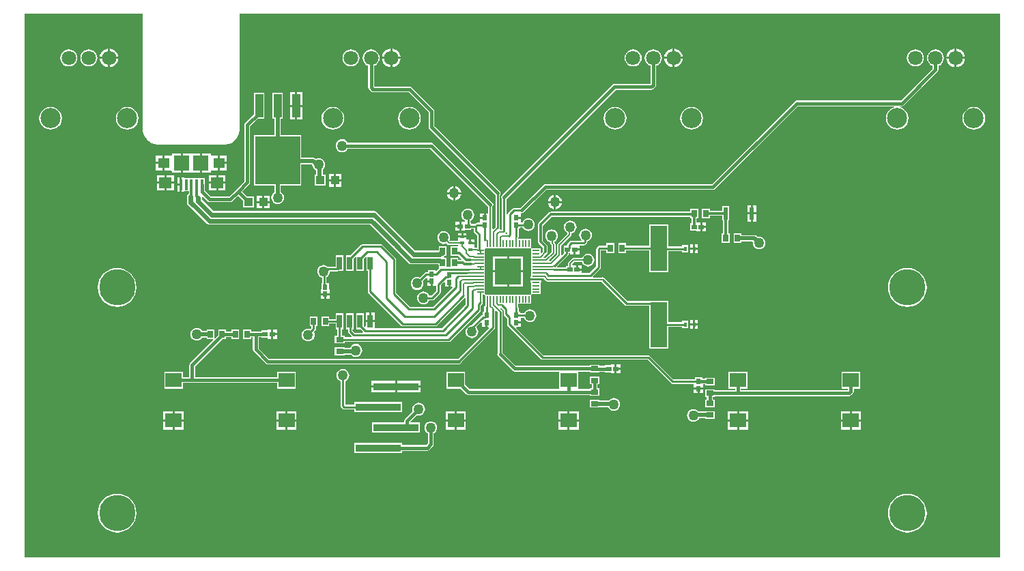
<source format=gtl>
G04*
G04 #@! TF.GenerationSoftware,Altium Limited,Altium Designer,21.6.4 (81)*
G04*
G04 Layer_Physical_Order=1*
G04 Layer_Color=255*
%FSLAX25Y25*%
%MOIN*%
G70*
G04*
G04 #@! TF.SameCoordinates,229126BB-2D6E-4CE4-B507-F74EAE748698*
G04*
G04*
G04 #@! TF.FilePolarity,Positive*
G04*
G01*
G75*
%ADD10C,0.00787*%
%ADD12C,0.00984*%
%ADD13C,0.01575*%
%ADD15C,0.01000*%
%ADD41R,0.04134X0.04134*%
%ADD42R,0.01968X0.01575*%
%ADD43R,0.00787X0.03347*%
%ADD44R,0.03347X0.00787*%
%ADD45R,0.12598X0.12598*%
%ADD46R,0.02441X0.02559*%
%ADD47R,0.02559X0.02441*%
%ADD48R,0.02559X0.03543*%
%ADD49R,0.01654X0.02441*%
%ADD50R,0.03543X0.02559*%
%ADD51R,0.01575X0.05315*%
%ADD52R,0.05709X0.05118*%
%ADD53R,0.06299X0.05512*%
%ADD54R,0.07480X0.07480*%
%ADD55R,0.02559X0.06496*%
%ADD56R,0.22205X0.03780*%
%ADD57R,0.02165X0.05906*%
%ADD58R,0.03937X0.11221*%
%ADD59R,0.21850X0.23425*%
%ADD60R,0.08268X0.22047*%
%ADD61R,0.07874X0.07087*%
%ADD62C,0.01968*%
%ADD63C,0.01181*%
%ADD64C,0.02424*%
%ADD65C,0.09843*%
%ADD66C,0.07087*%
%ADD67C,0.05000*%
%ADD68C,0.17717*%
G36*
X523622Y21654D02*
X47244D01*
Y287402D01*
X105118D01*
Y231102D01*
X105156Y230331D01*
X105457Y228817D01*
X106048Y227391D01*
X106905Y226107D01*
X107997Y225016D01*
X109280Y224158D01*
X110706Y223567D01*
X112220Y223266D01*
X112992Y223228D01*
X144488D01*
X145260Y223266D01*
X146774Y223567D01*
X148200Y224158D01*
X149483Y225016D01*
X150575Y226107D01*
X151432Y227391D01*
X152023Y228817D01*
X152324Y230331D01*
X152362Y231102D01*
Y287402D01*
X523622D01*
Y21654D01*
D02*
G37*
%LPC*%
G36*
X364673Y270265D02*
Y266248D01*
X368690D01*
X368600Y266934D01*
X368142Y268039D01*
X367413Y268988D01*
X366464Y269717D01*
X365359Y270174D01*
X364673Y270265D01*
D02*
G37*
G36*
X226878D02*
Y266248D01*
X230895D01*
X230804Y266934D01*
X230346Y268039D01*
X229618Y268988D01*
X228669Y269717D01*
X227564Y270174D01*
X226878Y270265D01*
D02*
G37*
G36*
X89083Y270265D02*
Y266248D01*
X93099D01*
X93009Y266934D01*
X92551Y268039D01*
X91823Y268988D01*
X90874Y269717D01*
X89769Y270174D01*
X89083Y270265D01*
D02*
G37*
G36*
X502468D02*
Y266248D01*
X506485D01*
X506395Y266934D01*
X505937Y268039D01*
X505209Y268988D01*
X504260Y269717D01*
X503155Y270174D01*
X502468Y270265D01*
D02*
G37*
G36*
X501469Y270265D02*
X500782Y270174D01*
X499677Y269717D01*
X498728Y268988D01*
X498000Y268039D01*
X497542Y266934D01*
X497452Y266248D01*
X501469D01*
Y270265D01*
D02*
G37*
G36*
X88083Y270265D02*
X87397Y270174D01*
X86291Y269717D01*
X85342Y268988D01*
X84614Y268039D01*
X84156Y266934D01*
X84066Y266248D01*
X88083D01*
Y270265D01*
D02*
G37*
G36*
X225878D02*
X225192Y270174D01*
X224087Y269717D01*
X223138Y268988D01*
X222409Y268039D01*
X221952Y266934D01*
X221861Y266248D01*
X225878D01*
Y270265D01*
D02*
G37*
G36*
X363673D02*
X362987Y270174D01*
X361882Y269717D01*
X360933Y268988D01*
X360205Y268039D01*
X359747Y266934D01*
X359657Y266248D01*
X363673D01*
Y270265D01*
D02*
G37*
G36*
X482283Y269917D02*
X481204Y269776D01*
X480199Y269359D01*
X479335Y268696D01*
X478673Y267833D01*
X478256Y266827D01*
X478114Y265748D01*
X478256Y264669D01*
X478673Y263663D01*
X479335Y262800D01*
X480199Y262137D01*
X481204Y261721D01*
X482283Y261578D01*
X483363Y261721D01*
X484368Y262137D01*
X485232Y262800D01*
X485894Y263663D01*
X486311Y264669D01*
X486453Y265748D01*
X486311Y266827D01*
X485894Y267833D01*
X485232Y268696D01*
X484368Y269359D01*
X483363Y269776D01*
X482283Y269917D01*
D02*
G37*
G36*
X344488D02*
X343409Y269776D01*
X342403Y269359D01*
X341540Y268696D01*
X340877Y267833D01*
X340461Y266827D01*
X340319Y265748D01*
X340461Y264669D01*
X340877Y263663D01*
X341540Y262800D01*
X342403Y262137D01*
X343409Y261721D01*
X344488Y261578D01*
X345567Y261721D01*
X346573Y262137D01*
X347436Y262800D01*
X348099Y263663D01*
X348516Y264669D01*
X348658Y265748D01*
X348516Y266827D01*
X348099Y267833D01*
X347436Y268696D01*
X346573Y269359D01*
X345567Y269776D01*
X344488Y269917D01*
D02*
G37*
G36*
X206693D02*
X205614Y269776D01*
X204608Y269359D01*
X203745Y268696D01*
X203082Y267833D01*
X202665Y266827D01*
X202523Y265748D01*
X202665Y264669D01*
X203082Y263663D01*
X203745Y262800D01*
X204608Y262137D01*
X205614Y261721D01*
X206693Y261578D01*
X207772Y261721D01*
X208778Y262137D01*
X209641Y262800D01*
X210304Y263663D01*
X210720Y264669D01*
X210862Y265748D01*
X210720Y266827D01*
X210304Y267833D01*
X209641Y268696D01*
X208778Y269359D01*
X207772Y269776D01*
X206693Y269917D01*
D02*
G37*
G36*
X78740D02*
X77661Y269776D01*
X76655Y269359D01*
X75792Y268696D01*
X75129Y267833D01*
X74713Y266827D01*
X74571Y265748D01*
X74713Y264669D01*
X75129Y263663D01*
X75792Y262800D01*
X76655Y262137D01*
X77661Y261721D01*
X78740Y261578D01*
X79819Y261721D01*
X80825Y262137D01*
X81688Y262800D01*
X82351Y263663D01*
X82768Y264669D01*
X82910Y265748D01*
X82768Y266827D01*
X82351Y267833D01*
X81688Y268696D01*
X80825Y269359D01*
X79819Y269776D01*
X78740Y269917D01*
D02*
G37*
G36*
X68898D02*
X67818Y269776D01*
X66813Y269359D01*
X65949Y268696D01*
X65287Y267833D01*
X64870Y266827D01*
X64728Y265748D01*
X64870Y264669D01*
X65287Y263663D01*
X65949Y262800D01*
X66813Y262137D01*
X67818Y261721D01*
X68898Y261578D01*
X69977Y261721D01*
X70982Y262137D01*
X71846Y262800D01*
X72509Y263663D01*
X72925Y264669D01*
X73067Y265748D01*
X72925Y266827D01*
X72509Y267833D01*
X71846Y268696D01*
X70982Y269359D01*
X69977Y269776D01*
X68898Y269917D01*
D02*
G37*
G36*
X501469Y265248D02*
X497452D01*
X497542Y264562D01*
X498000Y263457D01*
X498728Y262508D01*
X499677Y261779D01*
X500782Y261322D01*
X501469Y261231D01*
Y265248D01*
D02*
G37*
G36*
X230895D02*
X226878D01*
Y261231D01*
X227564Y261322D01*
X228669Y261779D01*
X229618Y262508D01*
X230346Y263457D01*
X230804Y264562D01*
X230895Y265248D01*
D02*
G37*
G36*
X368690D02*
X364673D01*
Y261231D01*
X365359Y261322D01*
X366464Y261779D01*
X367413Y262508D01*
X368142Y263457D01*
X368600Y264562D01*
X368690Y265248D01*
D02*
G37*
G36*
X93099D02*
X89083D01*
Y261231D01*
X89769Y261322D01*
X90874Y261779D01*
X91823Y262508D01*
X92551Y263457D01*
X93009Y264562D01*
X93099Y265248D01*
D02*
G37*
G36*
X88083D02*
X84066D01*
X84156Y264562D01*
X84614Y263457D01*
X85342Y262508D01*
X86291Y261779D01*
X87397Y261322D01*
X88083Y261231D01*
Y265248D01*
D02*
G37*
G36*
X363673D02*
X359657D01*
X359747Y264562D01*
X360205Y263457D01*
X360933Y262508D01*
X361882Y261779D01*
X362987Y261322D01*
X363673Y261231D01*
Y265248D01*
D02*
G37*
G36*
X225878D02*
X221861D01*
X221952Y264562D01*
X222409Y263457D01*
X223138Y262508D01*
X224087Y261779D01*
X225192Y261322D01*
X225878Y261231D01*
Y265248D01*
D02*
G37*
G36*
X506485D02*
X502468D01*
Y261231D01*
X503155Y261322D01*
X504260Y261779D01*
X505209Y262508D01*
X505937Y263457D01*
X506395Y264562D01*
X506485Y265248D01*
D02*
G37*
G36*
X182850Y248933D02*
X180382D01*
Y242823D01*
X182850D01*
Y248933D01*
D02*
G37*
G36*
X179382D02*
X176913D01*
Y242823D01*
X179382D01*
Y248933D01*
D02*
G37*
G36*
X182850Y241823D02*
X180382D01*
Y235713D01*
X182850D01*
Y241823D01*
D02*
G37*
G36*
X179382D02*
X176913D01*
Y235713D01*
X179382D01*
Y241823D01*
D02*
G37*
G36*
X510827Y241780D02*
X509388Y241590D01*
X508047Y241035D01*
X506896Y240152D01*
X506012Y239000D01*
X505457Y237659D01*
X505267Y236221D01*
X505457Y234782D01*
X506012Y233441D01*
X506896Y232289D01*
X508047Y231406D01*
X509388Y230851D01*
X510827Y230661D01*
X512266Y230851D01*
X513607Y231406D01*
X514758Y232289D01*
X515641Y233441D01*
X516197Y234782D01*
X516386Y236221D01*
X516197Y237659D01*
X515641Y239000D01*
X514758Y240152D01*
X513607Y241035D01*
X512266Y241590D01*
X510827Y241780D01*
D02*
G37*
G36*
X373031D02*
X371593Y241590D01*
X370252Y241035D01*
X369100Y240152D01*
X368217Y239000D01*
X367662Y237659D01*
X367472Y236221D01*
X367662Y234782D01*
X368217Y233441D01*
X369100Y232289D01*
X370252Y231406D01*
X371593Y230851D01*
X373031Y230661D01*
X374470Y230851D01*
X375811Y231406D01*
X376963Y232289D01*
X377846Y233441D01*
X378401Y234782D01*
X378591Y236221D01*
X378401Y237659D01*
X377846Y239000D01*
X376963Y240152D01*
X375811Y241035D01*
X374470Y241590D01*
X373031Y241780D01*
D02*
G37*
G36*
X335630D02*
X334191Y241590D01*
X332850Y241035D01*
X331699Y240152D01*
X330815Y239000D01*
X330260Y237659D01*
X330071Y236221D01*
X330260Y234782D01*
X330815Y233441D01*
X331699Y232289D01*
X332850Y231406D01*
X334191Y230851D01*
X335630Y230661D01*
X337069Y230851D01*
X338410Y231406D01*
X339561Y232289D01*
X340444Y233441D01*
X341000Y234782D01*
X341189Y236221D01*
X341000Y237659D01*
X340444Y239000D01*
X339561Y240152D01*
X338410Y241035D01*
X337069Y241590D01*
X335630Y241780D01*
D02*
G37*
G36*
X235236D02*
X233797Y241590D01*
X232456Y241035D01*
X231305Y240152D01*
X230422Y239000D01*
X229866Y237659D01*
X229677Y236221D01*
X229866Y234782D01*
X230422Y233441D01*
X231305Y232289D01*
X232456Y231406D01*
X233797Y230851D01*
X235236Y230661D01*
X236675Y230851D01*
X238016Y231406D01*
X239167Y232289D01*
X240051Y233441D01*
X240606Y234782D01*
X240796Y236221D01*
X240606Y237659D01*
X240051Y239000D01*
X239167Y240152D01*
X238016Y241035D01*
X236675Y241590D01*
X235236Y241780D01*
D02*
G37*
G36*
X197835D02*
X196396Y241590D01*
X195055Y241035D01*
X193904Y240152D01*
X193020Y239000D01*
X192465Y237659D01*
X192275Y236221D01*
X192465Y234782D01*
X193020Y233441D01*
X193904Y232289D01*
X195055Y231406D01*
X196396Y230851D01*
X197835Y230661D01*
X199274Y230851D01*
X200614Y231406D01*
X201766Y232289D01*
X202649Y233441D01*
X203205Y234782D01*
X203394Y236221D01*
X203205Y237659D01*
X202649Y239000D01*
X201766Y240152D01*
X200614Y241035D01*
X199274Y241590D01*
X197835Y241780D01*
D02*
G37*
G36*
X97441D02*
X96002Y241590D01*
X94661Y241035D01*
X93510Y240152D01*
X92626Y239000D01*
X92071Y237659D01*
X91882Y236221D01*
X92071Y234782D01*
X92626Y233441D01*
X93510Y232289D01*
X94661Y231406D01*
X96002Y230851D01*
X97441Y230661D01*
X98880Y230851D01*
X100221Y231406D01*
X101372Y232289D01*
X102255Y233441D01*
X102811Y234782D01*
X103000Y236221D01*
X102811Y237659D01*
X102255Y239000D01*
X101372Y240152D01*
X100221Y241035D01*
X98880Y241590D01*
X97441Y241780D01*
D02*
G37*
G36*
X60039D02*
X58600Y241590D01*
X57260Y241035D01*
X56108Y240152D01*
X55225Y239000D01*
X54669Y237659D01*
X54480Y236221D01*
X54669Y234782D01*
X55225Y233441D01*
X56108Y232289D01*
X57260Y231406D01*
X58600Y230851D01*
X60039Y230661D01*
X61478Y230851D01*
X62819Y231406D01*
X63970Y232289D01*
X64854Y233441D01*
X65409Y234782D01*
X65599Y236221D01*
X65409Y237659D01*
X64854Y239000D01*
X63970Y240152D01*
X62819Y241035D01*
X61478Y241590D01*
X60039Y241780D01*
D02*
G37*
G36*
X142724Y217929D02*
Y214870D01*
X146079D01*
Y217929D01*
X142724D01*
D02*
G37*
G36*
X114756D02*
X111402D01*
Y214870D01*
X114756D01*
Y217929D01*
D02*
G37*
G36*
X146079Y213870D02*
X142724D01*
Y210811D01*
X146079D01*
Y213870D01*
D02*
G37*
G36*
X114756D02*
X111402D01*
Y210811D01*
X114756D01*
Y213870D01*
D02*
G37*
G36*
X138205Y219110D02*
X133965D01*
Y214370D01*
Y209630D01*
X138205D01*
Y210380D01*
X138370Y210811D01*
X138705Y210811D01*
X141724D01*
Y214370D01*
Y217929D01*
X138705D01*
X138370Y217929D01*
X138205Y218361D01*
Y219110D01*
D02*
G37*
G36*
X132965D02*
X124516D01*
Y214370D01*
Y209630D01*
X132965D01*
Y214370D01*
Y219110D01*
D02*
G37*
G36*
X123516D02*
X119276D01*
Y218361D01*
X119110Y217929D01*
X118776Y217929D01*
X115756D01*
Y214370D01*
Y210811D01*
X118776D01*
X119110Y210811D01*
X119276Y210380D01*
Y209630D01*
X123516D01*
Y214370D01*
Y219110D01*
D02*
G37*
G36*
X201984Y208972D02*
X199417D01*
Y206405D01*
X201984D01*
Y208972D01*
D02*
G37*
G36*
X198417D02*
X195850D01*
Y206405D01*
X198417D01*
Y208972D01*
D02*
G37*
G36*
X145488Y208480D02*
X141839D01*
Y205224D01*
X145488D01*
Y208480D01*
D02*
G37*
G36*
X120291D02*
X116642D01*
Y205224D01*
X120291D01*
Y208480D01*
D02*
G37*
G36*
X140839D02*
X137189D01*
Y205224D01*
X140839D01*
Y208480D01*
D02*
G37*
G36*
X115642D02*
X111992D01*
Y205224D01*
X115642D01*
Y208480D01*
D02*
G37*
G36*
X123122Y207496D02*
X121835D01*
Y204339D01*
X123122D01*
Y207496D01*
D02*
G37*
G36*
X173425Y248524D02*
X168307D01*
Y236122D01*
X169261D01*
Y228051D01*
X159350D01*
Y203445D01*
X169261D01*
Y200124D01*
X168699Y199693D01*
X168203Y199048D01*
X167892Y198296D01*
X167786Y197489D01*
X167892Y196682D01*
X168203Y195930D01*
X168699Y195285D01*
X169344Y194789D01*
X170096Y194478D01*
X170903Y194372D01*
X171710Y194478D01*
X172461Y194789D01*
X173107Y195285D01*
X173602Y195930D01*
X173914Y196682D01*
X174020Y197489D01*
X173914Y198296D01*
X173602Y199048D01*
X173107Y199693D01*
X172472Y200181D01*
Y203445D01*
X182382D01*
Y213749D01*
X187346D01*
X187828Y213642D01*
X187934Y212835D01*
X188245Y212083D01*
X188741Y211438D01*
X189386Y210942D01*
X189684Y210819D01*
Y208563D01*
X188976D01*
Y203248D01*
X194291D01*
Y208563D01*
X192895D01*
Y211243D01*
X193149Y211438D01*
X193644Y212083D01*
X193956Y212835D01*
X194062Y213642D01*
X193956Y214448D01*
X193644Y215200D01*
X193149Y215846D01*
X192503Y216341D01*
X191752Y216653D01*
X190945Y216759D01*
X190138Y216653D01*
X189605Y216432D01*
X189547Y216490D01*
X189026Y216838D01*
X188412Y216960D01*
X188412Y216960D01*
X182382D01*
Y228051D01*
X172472D01*
Y236122D01*
X173425D01*
Y248524D01*
D02*
G37*
G36*
X201984Y205405D02*
X199417D01*
Y202839D01*
X201984D01*
Y205405D01*
D02*
G37*
G36*
X198417D02*
X195850D01*
Y202839D01*
X198417D01*
Y205405D01*
D02*
G37*
G36*
X145488Y204224D02*
X141839D01*
Y200969D01*
X145488D01*
Y204224D01*
D02*
G37*
G36*
X140839D02*
X137189D01*
Y200969D01*
X140839D01*
Y204224D01*
D02*
G37*
G36*
X120291D02*
X116642D01*
Y200969D01*
X120291D01*
Y204224D01*
D02*
G37*
G36*
X115642D02*
X111992D01*
Y200969D01*
X115642D01*
Y204224D01*
D02*
G37*
G36*
X123122Y203339D02*
X121835D01*
Y200181D01*
X123122D01*
Y203339D01*
D02*
G37*
G36*
X257587Y203071D02*
Y200106D01*
X260551D01*
X260496Y200520D01*
X260144Y201371D01*
X259583Y202102D01*
X258852Y202663D01*
X258000Y203016D01*
X257587Y203071D01*
D02*
G37*
G36*
X256587D02*
X256173Y203016D01*
X255322Y202663D01*
X254590Y202102D01*
X254029Y201371D01*
X253677Y200520D01*
X253622Y200106D01*
X256587D01*
Y203071D01*
D02*
G37*
G36*
X260551Y199106D02*
X257587D01*
Y196142D01*
X258000Y196196D01*
X258852Y196549D01*
X259583Y197110D01*
X260144Y197841D01*
X260496Y198693D01*
X260551Y199106D01*
D02*
G37*
G36*
X256587D02*
X253622D01*
X253677Y198693D01*
X254029Y197841D01*
X254590Y197110D01*
X255322Y196549D01*
X256173Y196196D01*
X256587Y196142D01*
Y199106D01*
D02*
G37*
G36*
X166945Y198343D02*
X164378D01*
Y195776D01*
X166945D01*
Y198343D01*
D02*
G37*
G36*
X163378D02*
X160811D01*
Y195776D01*
X163378D01*
Y198343D01*
D02*
G37*
G36*
X306799Y198740D02*
Y195776D01*
X309764D01*
X309709Y196189D01*
X309356Y197041D01*
X308795Y197772D01*
X308064Y198333D01*
X307213Y198686D01*
X306799Y198740D01*
D02*
G37*
G36*
X305799D02*
X305385Y198686D01*
X304534Y198333D01*
X303803Y197772D01*
X303242Y197041D01*
X302889Y196189D01*
X302835Y195776D01*
X305799D01*
Y198740D01*
D02*
G37*
G36*
X492126Y269917D02*
X491047Y269776D01*
X490041Y269359D01*
X489178Y268696D01*
X488515Y267833D01*
X488098Y266827D01*
X487956Y265748D01*
X488098Y264669D01*
X488515Y263663D01*
X489178Y262800D01*
X490041Y262137D01*
X490721Y261856D01*
Y260424D01*
X475205Y244909D01*
X424213D01*
X423675Y244802D01*
X423219Y244497D01*
X382883Y204161D01*
X301575D01*
X301037Y204054D01*
X300581Y203749D01*
X289282Y192450D01*
X286288D01*
X286288Y192450D01*
X285862Y192366D01*
X285502Y192125D01*
X283466Y190089D01*
X283225Y189728D01*
X283140Y189303D01*
X283140Y189303D01*
Y179744D01*
X282224D01*
X282073Y180244D01*
X282282Y180384D01*
X282523Y180744D01*
X282608Y181170D01*
Y196763D01*
X336015Y250170D01*
X353408D01*
X353946Y250277D01*
X354402Y250581D01*
X355324Y251504D01*
X355629Y251960D01*
X355736Y252497D01*
Y261856D01*
X356416Y262137D01*
X357279Y262800D01*
X357942Y263663D01*
X358358Y264669D01*
X358500Y265748D01*
X358358Y266827D01*
X357942Y267833D01*
X357279Y268696D01*
X356416Y269359D01*
X355410Y269776D01*
X354331Y269917D01*
X353252Y269776D01*
X352246Y269359D01*
X351382Y268696D01*
X350720Y267833D01*
X350303Y266827D01*
X350161Y265748D01*
X350303Y264669D01*
X350720Y263663D01*
X351382Y262800D01*
X352246Y262137D01*
X352926Y261856D01*
Y253079D01*
X352826Y252980D01*
X335433D01*
X334895Y252873D01*
X334440Y252568D01*
X280503Y198631D01*
X280198Y198176D01*
X280091Y197638D01*
X280198Y197100D01*
X280384Y196822D01*
Y181712D01*
X279615D01*
X279347Y182212D01*
X279374Y182252D01*
X279458Y182677D01*
Y198790D01*
X279644Y199069D01*
X279751Y199606D01*
X279644Y200144D01*
X279340Y200600D01*
X247468Y232472D01*
Y239764D01*
X247361Y240301D01*
X247056Y240757D01*
X236426Y251387D01*
X235971Y251692D01*
X235433Y251799D01*
X218040D01*
X217940Y251898D01*
Y261856D01*
X218620Y262137D01*
X219484Y262800D01*
X220146Y263663D01*
X220563Y264669D01*
X220705Y265748D01*
X220563Y266827D01*
X220146Y267833D01*
X219484Y268696D01*
X218620Y269359D01*
X217615Y269776D01*
X216535Y269917D01*
X215456Y269776D01*
X214451Y269359D01*
X213587Y268696D01*
X212925Y267833D01*
X212508Y266827D01*
X212366Y265748D01*
X212508Y264669D01*
X212925Y263663D01*
X213587Y262800D01*
X214451Y262137D01*
X215130Y261856D01*
Y251316D01*
X215237Y250779D01*
X215542Y250323D01*
X216464Y249400D01*
X216920Y249096D01*
X217458Y248989D01*
X234851D01*
X244658Y239182D01*
Y231890D01*
X244765Y231352D01*
X245070Y230896D01*
X277235Y198731D01*
Y182984D01*
X276269Y182018D01*
X275807Y182210D01*
Y193116D01*
X276101Y193557D01*
X276208Y194095D01*
X276101Y194632D01*
X275797Y195088D01*
X247056Y223828D01*
X246601Y224133D01*
X246063Y224240D01*
X205125D01*
X205062Y224393D01*
X204566Y225039D01*
X203921Y225534D01*
X203169Y225846D01*
X202362Y225952D01*
X201555Y225846D01*
X200804Y225534D01*
X200158Y225039D01*
X199663Y224393D01*
X199351Y223641D01*
X199245Y222835D01*
X199351Y222028D01*
X199663Y221276D01*
X200158Y220630D01*
X200804Y220135D01*
X201555Y219824D01*
X202362Y219717D01*
X203169Y219824D01*
X203921Y220135D01*
X204566Y220630D01*
X205062Y221276D01*
X205125Y221430D01*
X245481D01*
X273800Y193111D01*
Y189839D01*
X272547D01*
Y187559D01*
X272047D01*
Y187059D01*
X269827D01*
Y185280D01*
X269360Y185198D01*
X268293D01*
X267871Y185114D01*
X267513Y184875D01*
X267206Y184569D01*
X265413D01*
Y185276D01*
X264962D01*
Y186121D01*
X265338Y186277D01*
X265984Y186772D01*
X266479Y187418D01*
X266791Y188170D01*
X266897Y188976D01*
X266791Y189783D01*
X266479Y190535D01*
X265984Y191181D01*
X265338Y191676D01*
X264586Y191987D01*
X263779Y192094D01*
X262973Y191987D01*
X262221Y191676D01*
X261575Y191181D01*
X261080Y190535D01*
X260769Y189783D01*
X260662Y188976D01*
X260769Y188170D01*
X261080Y187418D01*
X261575Y186772D01*
X262221Y186277D01*
X262304Y186242D01*
X262322Y186055D01*
X261986Y185685D01*
X260579D01*
Y183465D01*
Y181244D01*
X262358D01*
Y181653D01*
X265413D01*
Y182361D01*
X266613D01*
Y181102D01*
X266697Y180680D01*
X266936Y180322D01*
X268187Y179070D01*
Y173051D01*
X267286D01*
X266945Y173409D01*
Y174697D01*
X264961D01*
Y175197D01*
X264461D01*
Y176984D01*
X263008D01*
Y177847D01*
X259039D01*
Y176559D01*
X258698Y176200D01*
X255140D01*
X254750Y176591D01*
X254979Y177146D01*
X255086Y177953D01*
X254979Y178760D01*
X254668Y179511D01*
X254173Y180157D01*
X253527Y180652D01*
X252775Y180964D01*
X251969Y181070D01*
X251162Y180964D01*
X250410Y180652D01*
X249764Y180157D01*
X249269Y179511D01*
X248957Y178760D01*
X248851Y177953D01*
X248957Y177146D01*
X249269Y176394D01*
X249764Y175749D01*
X250410Y175253D01*
X251162Y174942D01*
X251969Y174836D01*
X252775Y174942D01*
X253330Y175172D01*
X254015Y174487D01*
X254340Y174270D01*
X254724Y174193D01*
X259016D01*
X259052Y174071D01*
X258664Y173622D01*
X258609Y173622D01*
X255315D01*
Y168898D01*
X259055D01*
X259055Y168898D01*
Y168898D01*
X259492Y168726D01*
X260766Y167452D01*
X260559Y166952D01*
X259055D01*
Y168110D01*
X255315D01*
Y163580D01*
X253346D01*
Y168110D01*
X252170D01*
X252112Y168608D01*
X252545Y168898D01*
X253346D01*
Y173622D01*
X249606D01*
Y171890D01*
X249251Y171652D01*
X238034D01*
X219314Y190371D01*
X218718Y190770D01*
X218015Y190910D01*
X139575D01*
X133891Y196593D01*
Y197475D01*
X133843Y197715D01*
X134303Y197961D01*
X136610Y195655D01*
X137065Y195351D01*
X137603Y195244D01*
X147830D01*
X148368Y195351D01*
X148823Y195655D01*
X151526Y198358D01*
X153937Y195946D01*
Y192618D01*
X159252D01*
Y197933D01*
X155924D01*
X153513Y200344D01*
X157048Y203880D01*
X157352Y204336D01*
X157459Y204873D01*
Y232303D01*
X161278Y236122D01*
X164409D01*
Y248524D01*
X159291D01*
Y238109D01*
X155061Y233879D01*
X154756Y233423D01*
X154649Y232885D01*
Y205455D01*
X150532Y201338D01*
X147248Y198054D01*
X138185D01*
X135263Y200976D01*
Y203839D01*
X135236Y203974D01*
Y207087D01*
X125409D01*
Y207496D01*
X124122D01*
Y203839D01*
Y200181D01*
X125409D01*
Y200591D01*
X127536D01*
Y199567D01*
X127182Y199331D01*
X126784Y198735D01*
X126644Y198031D01*
Y195140D01*
X126784Y194437D01*
X127182Y193841D01*
X128622Y192401D01*
X128622Y192401D01*
X136265Y184758D01*
X136861Y184360D01*
X137565Y184220D01*
X216005D01*
X227258Y172967D01*
X228852Y171372D01*
X234724Y165500D01*
X235320Y165102D01*
X236024Y164962D01*
X249251D01*
X249606Y164724D01*
Y163386D01*
X249606Y163386D01*
X249606D01*
X249577Y162898D01*
X248336Y161656D01*
X247874Y161848D01*
Y161870D01*
X244252D01*
Y161058D01*
X243410D01*
X242985Y160973D01*
X242624Y160732D01*
X242624Y160732D01*
X240230Y158338D01*
X239783Y158523D01*
X238976Y158629D01*
X238170Y158523D01*
X237418Y158211D01*
X236772Y157716D01*
X236277Y157070D01*
X235965Y156319D01*
X235859Y155512D01*
X235965Y154705D01*
X236277Y153953D01*
X236772Y153308D01*
X237418Y152812D01*
X238170Y152501D01*
X238976Y152395D01*
X239783Y152501D01*
X240535Y152812D01*
X241181Y153308D01*
X241676Y153953D01*
X241987Y154705D01*
X242094Y155512D01*
X241987Y156319D01*
X241802Y156765D01*
X243381Y158344D01*
X243843Y158152D01*
Y157035D01*
X246063D01*
Y156535D01*
X246563D01*
Y154256D01*
X248283D01*
X248327Y153774D01*
Y151856D01*
X246000Y149529D01*
X245014D01*
X244826Y149984D01*
X244330Y150629D01*
X243685Y151125D01*
X242933Y151436D01*
X242126Y151542D01*
X241319Y151436D01*
X240567Y151125D01*
X239922Y150629D01*
X239426Y149984D01*
X239115Y149232D01*
X239009Y148425D01*
X239115Y147618D01*
X239426Y146867D01*
X239922Y146221D01*
X240567Y145726D01*
X241319Y145414D01*
X242126Y145308D01*
X242933Y145414D01*
X243685Y145726D01*
X244330Y146221D01*
X244826Y146867D01*
X245014Y147321D01*
X246457D01*
X246879Y147405D01*
X247237Y147645D01*
X250211Y150619D01*
X250450Y150977D01*
X250535Y151399D01*
Y154700D01*
X252042Y156208D01*
X252504Y156016D01*
Y153862D01*
X254224D01*
Y156142D01*
X255224D01*
Y153862D01*
X255981D01*
X256172Y153400D01*
X246797Y144025D01*
X235500D01*
X228671Y150854D01*
Y167323D01*
X228586Y167748D01*
X228345Y168109D01*
X228345Y168109D01*
X222046Y174408D01*
X221685Y174649D01*
X221260Y174734D01*
X221260Y174734D01*
X212461D01*
X212035Y174649D01*
X211674Y174408D01*
X211674Y174408D01*
X206459Y169193D01*
X204291D01*
Y161516D01*
X208032D01*
Y167620D01*
X208829Y168418D01*
X209291Y168227D01*
Y161516D01*
X213032D01*
Y167620D01*
X213829Y168418D01*
X214291Y168227D01*
Y161516D01*
X215050D01*
Y151555D01*
X215050Y151555D01*
X215134Y151130D01*
X215375Y150769D01*
X231103Y135040D01*
X231464Y134800D01*
X231890Y134715D01*
X231890Y134715D01*
X248031D01*
X248031Y134715D01*
X248457Y134800D01*
X248818Y135040D01*
X262168Y148390D01*
X262668Y148183D01*
Y145153D01*
X251099Y133584D01*
X218441D01*
Y136508D01*
X216161D01*
X213882D01*
Y134545D01*
X213420Y134353D01*
X213032Y134742D01*
Y140847D01*
X209291D01*
Y133169D01*
X211459D01*
X212701Y131927D01*
X212494Y131427D01*
X208527D01*
X207411Y132542D01*
Y133169D01*
X208032D01*
Y140847D01*
X204291D01*
Y133169D01*
X205187D01*
Y132082D01*
X205187Y132082D01*
X205272Y131656D01*
X205513Y131296D01*
X207126Y129683D01*
X206919Y129183D01*
X203543D01*
Y129921D01*
X202273D01*
Y133169D01*
X203031D01*
Y140847D01*
X199291D01*
Y138120D01*
X196063D01*
Y139370D01*
X192323D01*
Y134646D01*
X196063D01*
Y135896D01*
X199291D01*
Y133169D01*
X200049D01*
Y129921D01*
X198819D01*
Y126181D01*
X203543D01*
Y126959D01*
X254449D01*
X254449Y126959D01*
X254874Y127044D01*
X255235Y127285D01*
X269684Y141733D01*
X269684Y141733D01*
X269925Y142094D01*
X270010Y142520D01*
Y144815D01*
X270668Y145474D01*
X270909Y145834D01*
X270994Y146260D01*
X270909Y146685D01*
X270885Y146721D01*
Y149843D01*
X271239Y150197D01*
X271712Y150197D01*
X271754Y150197D01*
X271793Y150195D01*
X272163Y150116D01*
X272242Y149746D01*
X272244Y149707D01*
X272244Y149664D01*
Y147932D01*
X272225Y147835D01*
Y144750D01*
X272054Y144580D01*
X271815Y144222D01*
X271731Y143799D01*
Y141791D01*
X271024D01*
Y140202D01*
X270780Y140154D01*
X270422Y139914D01*
X265479Y134971D01*
X264941Y134901D01*
X264189Y134589D01*
X263544Y134094D01*
X263048Y133448D01*
X262737Y132697D01*
X262631Y131890D01*
X262737Y131083D01*
X263048Y130331D01*
X263544Y129685D01*
X264189Y129190D01*
X264941Y128879D01*
X265748Y128772D01*
X266555Y128879D01*
X267307Y129190D01*
X267952Y129685D01*
X268448Y130331D01*
X268759Y131083D01*
X268865Y131890D01*
X268759Y132697D01*
X268448Y133448D01*
X267952Y134094D01*
X267938Y134309D01*
X270152Y136523D01*
X270614Y136331D01*
Y134177D01*
X272335D01*
Y136457D01*
X273335D01*
Y134177D01*
X273812D01*
X274003Y133715D01*
X259016Y118728D01*
X166724D01*
X161641Y123810D01*
Y129304D01*
X162933D01*
Y128898D01*
X165988D01*
Y128488D01*
X167768D01*
Y130709D01*
Y132929D01*
X165988D01*
Y132520D01*
X162933D01*
Y132114D01*
X157874D01*
Y133071D01*
X154134D01*
Y128347D01*
X157874D01*
Y129304D01*
X158831D01*
Y123228D01*
X158938Y122691D01*
X159243Y122235D01*
X165148Y116329D01*
X165604Y116025D01*
X166142Y115918D01*
X259183D01*
X259721Y116025D01*
X260177Y116329D01*
X260481Y116785D01*
X260547Y117114D01*
X276770Y133337D01*
X276770Y133337D01*
X277011Y133698D01*
X277096Y134124D01*
X277096Y134124D01*
Y142091D01*
X277558Y142282D01*
X278416Y141425D01*
Y121682D01*
X278230Y121404D01*
X278123Y120866D01*
X278230Y120328D01*
X278534Y119873D01*
X285522Y112884D01*
X285978Y112580D01*
X286516Y112473D01*
X307994D01*
X308465Y112402D01*
X308465Y111973D01*
Y104134D01*
X308076Y103866D01*
X264657D01*
X262402Y106121D01*
Y112402D01*
X253346D01*
Y104134D01*
X260415D01*
X263081Y101467D01*
X263537Y101163D01*
X264075Y101056D01*
X323228D01*
Y100591D01*
X327953D01*
Y104331D01*
X326995D01*
Y106299D01*
X327953D01*
Y110039D01*
X323228D01*
Y106299D01*
X324186D01*
Y104331D01*
X323228D01*
Y103866D01*
X317909D01*
X317520Y104134D01*
Y111973D01*
X317520Y112402D01*
X317990Y112473D01*
X323228D01*
Y112008D01*
X327953D01*
Y112424D01*
X330650D01*
Y111969D01*
X333705D01*
Y111559D01*
X335484D01*
Y113779D01*
Y116000D01*
X333705D01*
Y115591D01*
X330650D01*
Y115234D01*
X327953D01*
Y115748D01*
X323228D01*
Y115283D01*
X287098D01*
X280640Y121741D01*
Y141732D01*
X280555Y142158D01*
X280314Y142518D01*
X279953Y142760D01*
X279911Y142768D01*
X279531Y143148D01*
X279708Y143679D01*
X279916Y143708D01*
X281171Y142453D01*
Y140551D01*
X281171Y140551D01*
X281256Y140126D01*
X281497Y139765D01*
X282854Y138408D01*
Y135572D01*
X282854Y135572D01*
X282938Y135146D01*
X283179Y134786D01*
X299460Y118505D01*
X299460Y118505D01*
X299821Y118264D01*
X300246Y118179D01*
X351508D01*
X362865Y106822D01*
X362865Y106822D01*
X363226Y106581D01*
X363652Y106496D01*
X363652Y106496D01*
X373675D01*
X374158Y106453D01*
Y104673D01*
X376378D01*
X378598D01*
Y106203D01*
X379528D01*
Y105709D01*
X384252D01*
Y109449D01*
X379528D01*
Y109013D01*
X378189D01*
Y109508D01*
X374567D01*
Y108720D01*
X364112D01*
X352755Y120078D01*
X352394Y120319D01*
X351969Y120403D01*
X351968Y120403D01*
X300707D01*
X287395Y133715D01*
X287586Y134177D01*
X289622D01*
Y135957D01*
X287402D01*
Y136957D01*
X289622D01*
Y138736D01*
X290121Y138739D01*
X291174D01*
X291395Y138205D01*
X291890Y137560D01*
X292536Y137064D01*
X293288Y136753D01*
X294094Y136647D01*
X294901Y136753D01*
X295653Y137064D01*
X296299Y137560D01*
X296794Y138205D01*
X297106Y138957D01*
X297212Y139764D01*
X297106Y140571D01*
X296794Y141322D01*
X296299Y141968D01*
X295653Y142463D01*
X294901Y142775D01*
X294094Y142881D01*
X293288Y142775D01*
X292536Y142463D01*
X291890Y141968D01*
X291395Y141322D01*
X291239Y140946D01*
X289213D01*
Y141791D01*
X288506D01*
Y143701D01*
X288421Y144123D01*
X288405Y144148D01*
Y145571D01*
X294685D01*
X294685Y149664D01*
X294685Y149707D01*
X294687Y149746D01*
X294766Y150116D01*
X295136Y150195D01*
X295175Y150197D01*
X295217Y150197D01*
X299311D01*
Y151772D01*
Y156087D01*
X299721D01*
Y156980D01*
X297047D01*
X294374D01*
Y156087D01*
X294783D01*
X294783Y150631D01*
X294783Y150588D01*
X294782Y150550D01*
X294702Y150180D01*
X294332Y150100D01*
X294293Y150098D01*
X294251Y150098D01*
X272678Y150098D01*
X272636Y150098D01*
X272597Y150100D01*
X272227Y150180D01*
X272147Y150550D01*
X272146Y150588D01*
X272146Y150631D01*
Y153347D01*
Y158071D01*
Y162795D01*
Y167520D01*
Y172277D01*
X272227Y172655D01*
X272605Y172736D01*
X294251Y172736D01*
X294293Y172736D01*
X294332Y172734D01*
X294702Y172655D01*
X294782Y172285D01*
X294783Y172246D01*
X294783Y172204D01*
Y167520D01*
Y162795D01*
Y158874D01*
X294374D01*
Y157980D01*
X297047D01*
X299721D01*
Y158052D01*
X300765D01*
X302046Y156771D01*
X302372Y156553D01*
X302756Y156477D01*
X328970D01*
X340397Y145050D01*
X340755Y144811D01*
X341177Y144727D01*
X352276D01*
Y123685D01*
X361724D01*
Y134329D01*
X368465D01*
Y133622D01*
X371299D01*
Y137244D01*
X368465D01*
Y136537D01*
X361724D01*
Y146913D01*
X353465D01*
X353358Y146935D01*
X341634D01*
X330308Y158261D01*
X329950Y158500D01*
X329528Y158584D01*
X329105Y158500D01*
X329081Y158484D01*
X324925D01*
X324718Y158984D01*
X328340Y162605D01*
X328579Y162963D01*
X328663Y163386D01*
Y171731D01*
X331496D01*
Y170473D01*
X335236D01*
Y175197D01*
X331496D01*
Y173939D01*
X328136D01*
X327713Y173854D01*
X327355Y173615D01*
X326779Y173039D01*
X326539Y172680D01*
X326455Y172258D01*
Y163843D01*
X323165Y160553D01*
X319366D01*
Y161705D01*
X317087D01*
Y162205D01*
X316587D01*
Y164425D01*
X314890D01*
X314743Y164899D01*
X315770Y165926D01*
X319511D01*
X319741Y165371D01*
X320237Y164725D01*
X320882Y164230D01*
X321634Y163918D01*
X322441Y163812D01*
X323248Y163918D01*
X324000Y164230D01*
X324645Y164725D01*
X325141Y165371D01*
X325452Y166122D01*
X325558Y166929D01*
X325452Y167736D01*
X325141Y168488D01*
X324645Y169133D01*
X324000Y169629D01*
X323248Y169940D01*
X322441Y170046D01*
X321634Y169940D01*
X320882Y169629D01*
X320237Y169133D01*
X319741Y168488D01*
X319511Y167933D01*
X315354D01*
X314970Y167856D01*
X314645Y167639D01*
X312971Y165965D01*
X312754Y165640D01*
X312678Y165256D01*
Y164016D01*
X311752D01*
Y163309D01*
X307452D01*
X307261Y163770D01*
X312680Y169189D01*
X312919Y169547D01*
X313003Y169970D01*
Y170236D01*
X313626D01*
Y169827D01*
X315406D01*
Y172047D01*
X315905D01*
Y172547D01*
X318185D01*
Y174093D01*
X320389D01*
X320811Y174177D01*
X321169Y174416D01*
X321746Y174993D01*
X321985Y175351D01*
X322069Y175773D01*
Y176124D01*
X322818Y176434D01*
X323464Y176930D01*
X323959Y177575D01*
X324271Y178327D01*
X324377Y179134D01*
X324271Y179941D01*
X323959Y180693D01*
X323464Y181338D01*
X322818Y181833D01*
X322067Y182145D01*
X321260Y182251D01*
X320453Y182145D01*
X319701Y181833D01*
X319056Y181338D01*
X318560Y180693D01*
X318249Y179941D01*
X318143Y179134D01*
X318249Y178327D01*
X318560Y177575D01*
X319056Y176930D01*
X319224Y176801D01*
X319054Y176301D01*
X314173D01*
X313751Y176217D01*
X313393Y175977D01*
X312448Y175032D01*
X312209Y174674D01*
X312124Y174252D01*
Y173858D01*
X310571D01*
Y170236D01*
X310571Y170236D01*
X310571D01*
X310256Y169888D01*
X309771Y169403D01*
X309271Y169610D01*
Y173994D01*
X313958Y178680D01*
X314175Y179006D01*
X314252Y179390D01*
Y180016D01*
X314586Y180060D01*
X315338Y180371D01*
X315984Y180867D01*
X316479Y181512D01*
X316791Y182264D01*
X316897Y183071D01*
X316791Y183878D01*
X316479Y184629D01*
X315984Y185275D01*
X315338Y185770D01*
X314586Y186082D01*
X313779Y186188D01*
X312973Y186082D01*
X312221Y185770D01*
X311575Y185275D01*
X311080Y184629D01*
X310769Y183878D01*
X310662Y183071D01*
X310769Y182264D01*
X311080Y181512D01*
X311575Y180867D01*
X312221Y180371D01*
X312245Y180361D01*
Y179805D01*
X307558Y175119D01*
X307341Y174794D01*
X307264Y174409D01*
Y169707D01*
X303932Y166375D01*
X303513Y166417D01*
X303331Y166873D01*
X306221Y169763D01*
X306439Y170088D01*
X306515Y170472D01*
Y174755D01*
X306439Y175139D01*
X306221Y175465D01*
X306122Y175565D01*
Y176074D01*
X306258Y176130D01*
X306904Y176626D01*
X307399Y177271D01*
X307711Y178023D01*
X307817Y178830D01*
X307711Y179637D01*
X307399Y180389D01*
X306904Y181034D01*
X306258Y181530D01*
X305506Y181841D01*
X304700Y181947D01*
X303893Y181841D01*
X303141Y181530D01*
X302495Y181034D01*
X302000Y180389D01*
X301689Y179637D01*
X301582Y178830D01*
X301689Y178023D01*
X302000Y177271D01*
X302495Y176626D01*
X303141Y176130D01*
X303893Y175819D01*
X304115Y175790D01*
Y175149D01*
X304191Y174765D01*
X304409Y174439D01*
X304508Y174339D01*
Y170888D01*
X301553Y167933D01*
X300711D01*
X300520Y168395D01*
X301843Y169718D01*
X302036Y169756D01*
X302426Y170018D01*
X302687Y170408D01*
X302779Y170869D01*
Y173622D01*
X302779Y173622D01*
X302687Y174083D01*
X302426Y174474D01*
X302426Y174474D01*
X300417Y176483D01*
Y183753D01*
X304830Y188166D01*
X372441D01*
Y187402D01*
X373077D01*
Y184882D01*
X372382D01*
Y181260D01*
X375437D01*
Y180850D01*
X377217D01*
Y183071D01*
Y185291D01*
X375486D01*
Y187402D01*
X376181D01*
Y192126D01*
X372441D01*
Y190574D01*
X304331D01*
X303870Y190483D01*
X303479Y190222D01*
X298361Y185103D01*
X298100Y184713D01*
X298008Y184252D01*
X298008Y184252D01*
Y175984D01*
X298008Y175984D01*
X298100Y175523D01*
X298361Y175133D01*
X300371Y173123D01*
Y171084D01*
X299767Y170480D01*
X299482Y170598D01*
X299311Y170732D01*
Y172638D01*
X295217Y172638D01*
X295175Y172638D01*
X295136Y172640D01*
X294766Y172719D01*
X294687Y173089D01*
X294685Y173128D01*
X294685Y173170D01*
Y177264D01*
X288405D01*
Y177900D01*
X288421Y177924D01*
X288506Y178347D01*
Y182224D01*
X289213D01*
Y183069D01*
X290452D01*
X290608Y182693D01*
X291103Y182048D01*
X291748Y181552D01*
X292500Y181241D01*
X293307Y181135D01*
X294114Y181241D01*
X294866Y181552D01*
X295511Y182048D01*
X296007Y182693D01*
X296318Y183445D01*
X296424Y184252D01*
X296318Y185059D01*
X296007Y185811D01*
X295511Y186456D01*
X294866Y186952D01*
X294114Y187263D01*
X293307Y187369D01*
X292500Y187263D01*
X291748Y186952D01*
X291103Y186456D01*
X290608Y185811D01*
X290387Y185277D01*
X290121D01*
X289622Y185280D01*
Y187059D01*
X287402D01*
Y188059D01*
X289622D01*
Y189530D01*
X290076Y189950D01*
X290158Y189934D01*
X290695Y190041D01*
X291151Y190345D01*
X302157Y201351D01*
X383465D01*
X384002Y201458D01*
X384458Y201763D01*
X424794Y242099D01*
X472019D01*
X472051Y241599D01*
X471986Y241590D01*
X470646Y241035D01*
X469494Y240152D01*
X468611Y239000D01*
X468055Y237659D01*
X467866Y236221D01*
X468055Y234782D01*
X468611Y233441D01*
X469494Y232289D01*
X470646Y231406D01*
X471986Y230851D01*
X473425Y230661D01*
X474864Y230851D01*
X476205Y231406D01*
X477356Y232289D01*
X478240Y233441D01*
X478795Y234782D01*
X478985Y236221D01*
X478795Y237659D01*
X478240Y239000D01*
X477356Y240152D01*
X476205Y241035D01*
X474864Y241590D01*
X474799Y241599D01*
X474832Y242099D01*
X475787D01*
X476325Y242206D01*
X476781Y242511D01*
X493119Y258849D01*
X493424Y259305D01*
X493531Y259842D01*
Y261856D01*
X494211Y262137D01*
X495074Y262800D01*
X495737Y263663D01*
X496153Y264669D01*
X496295Y265748D01*
X496153Y266827D01*
X495737Y267833D01*
X495074Y268696D01*
X494211Y269359D01*
X493205Y269776D01*
X492126Y269917D01*
D02*
G37*
G36*
X166945Y194776D02*
X164378D01*
Y192209D01*
X166945D01*
Y194776D01*
D02*
G37*
G36*
X163378D02*
X160811D01*
Y192209D01*
X163378D01*
Y194776D01*
D02*
G37*
G36*
X309764Y194776D02*
X306799D01*
Y191811D01*
X307213Y191866D01*
X308064Y192218D01*
X308795Y192779D01*
X309356Y193510D01*
X309709Y194362D01*
X309764Y194776D01*
D02*
G37*
G36*
X305799D02*
X302835D01*
X302889Y194362D01*
X303242Y193510D01*
X303803Y192779D01*
X304534Y192218D01*
X305385Y191866D01*
X305799Y191811D01*
Y194776D01*
D02*
G37*
G36*
X391339Y193307D02*
X387992D01*
Y190968D01*
X381890D01*
Y192126D01*
X378150D01*
Y187402D01*
X381890D01*
Y188559D01*
X387992D01*
Y186221D01*
X388461D01*
Y179921D01*
X387795D01*
Y175197D01*
X391535D01*
Y179921D01*
X390870D01*
Y186221D01*
X391339D01*
Y193307D01*
D02*
G37*
G36*
X404543Y193717D02*
X402961D01*
Y190264D01*
X404543D01*
Y193717D01*
D02*
G37*
G36*
X401961D02*
X400378D01*
Y190264D01*
X401961D01*
Y193717D01*
D02*
G37*
G36*
X271547Y189839D02*
X269827D01*
Y188059D01*
X271547D01*
Y189839D01*
D02*
G37*
G36*
X404543Y189264D02*
X402961D01*
Y185811D01*
X404543D01*
Y189264D01*
D02*
G37*
G36*
X401961D02*
X400378D01*
Y185811D01*
X401961D01*
Y189264D01*
D02*
G37*
G36*
X259579Y185685D02*
X257799D01*
Y183965D01*
X259579D01*
Y185685D01*
D02*
G37*
G36*
X379996Y185291D02*
X378217D01*
Y183571D01*
X379996D01*
Y185291D01*
D02*
G37*
G36*
X259579Y182965D02*
X257799D01*
Y181244D01*
X259579D01*
Y182965D01*
D02*
G37*
G36*
X379996Y182571D02*
X378217D01*
Y180850D01*
X379996D01*
Y182571D01*
D02*
G37*
G36*
X263008Y180134D02*
X261524D01*
Y178847D01*
X263008D01*
Y180134D01*
D02*
G37*
G36*
X260524D02*
X259039D01*
Y178847D01*
X260524D01*
Y180134D01*
D02*
G37*
G36*
X266945Y176984D02*
X265461D01*
Y175697D01*
X266945D01*
Y176984D01*
D02*
G37*
G36*
X361724Y184315D02*
X352276D01*
Y173939D01*
X340945D01*
Y175197D01*
X337205D01*
Y170473D01*
X340945D01*
Y171731D01*
X352276D01*
Y161087D01*
X361724D01*
Y171337D01*
X368465D01*
Y170630D01*
X371299D01*
Y174252D01*
X368465D01*
Y173545D01*
X361724D01*
Y184315D01*
D02*
G37*
G36*
X376039Y174661D02*
X374713D01*
Y172941D01*
X376039D01*
Y174661D01*
D02*
G37*
G36*
X373713D02*
X372386D01*
Y172941D01*
X373713D01*
Y174661D01*
D02*
G37*
G36*
X397244Y179921D02*
X393504D01*
Y175197D01*
X397244D01*
Y175953D01*
X402547D01*
X402877Y175577D01*
X402841Y175305D01*
X402947Y174498D01*
X403259Y173746D01*
X403754Y173101D01*
X404400Y172605D01*
X405152Y172294D01*
X405958Y172188D01*
X406765Y172294D01*
X407517Y172605D01*
X408163Y173101D01*
X408658Y173746D01*
X408969Y174498D01*
X409076Y175305D01*
X408969Y176112D01*
X408658Y176863D01*
X408163Y177509D01*
X407517Y178004D01*
X406765Y178316D01*
X405958Y178422D01*
X405210Y178323D01*
X404840Y178694D01*
X404319Y179042D01*
X403704Y179165D01*
X403704Y179165D01*
X397244D01*
Y179921D01*
D02*
G37*
G36*
X376039Y171941D02*
X374713D01*
Y170220D01*
X376039D01*
Y171941D01*
D02*
G37*
G36*
X373713D02*
X372386D01*
Y170220D01*
X373713D01*
Y171941D01*
D02*
G37*
G36*
X318185Y171547D02*
X316406D01*
Y169827D01*
X318185D01*
Y171547D01*
D02*
G37*
G36*
X203031Y169193D02*
X199291D01*
Y163702D01*
X195575D01*
X195441Y163676D01*
X194866Y164117D01*
X194114Y164428D01*
X193307Y164534D01*
X192500Y164428D01*
X191748Y164117D01*
X191103Y163621D01*
X190608Y162976D01*
X190296Y162224D01*
X190190Y161417D01*
X190296Y160610D01*
X190608Y159859D01*
X191103Y159213D01*
X191748Y158718D01*
X192500Y158406D01*
X192588Y158395D01*
Y155571D01*
X192267D01*
Y152516D01*
X191857D01*
Y150736D01*
X194078D01*
X196298D01*
Y152516D01*
X195889D01*
Y155571D01*
X194796D01*
Y158689D01*
X194866Y158718D01*
X195511Y159213D01*
X196007Y159859D01*
X196318Y160610D01*
X196424Y161417D01*
X196492Y161495D01*
X200374D01*
X200481Y161516D01*
X203031D01*
Y169193D01*
D02*
G37*
G36*
X319366Y164425D02*
X317587D01*
Y162705D01*
X319366D01*
Y164425D01*
D02*
G37*
G36*
X290764Y168717D02*
X283965D01*
Y161917D01*
X290764D01*
Y168717D01*
D02*
G37*
G36*
X282965D02*
X276165D01*
Y161917D01*
X282965D01*
Y168717D01*
D02*
G37*
G36*
X245563Y156035D02*
X243843D01*
Y154256D01*
X245563D01*
Y156035D01*
D02*
G37*
G36*
X290764Y160917D02*
X283965D01*
Y154118D01*
X290764D01*
Y160917D01*
D02*
G37*
G36*
X282965D02*
X276165D01*
Y154118D01*
X282965D01*
Y160917D01*
D02*
G37*
G36*
X196298Y149736D02*
X194578D01*
Y147957D01*
X196298D01*
Y149736D01*
D02*
G37*
G36*
X193578D02*
X191857D01*
Y147957D01*
X193578D01*
Y149736D01*
D02*
G37*
G36*
X478346Y163038D02*
X476494Y162855D01*
X474713Y162315D01*
X473072Y161438D01*
X471633Y160257D01*
X470452Y158818D01*
X469575Y157177D01*
X469034Y155396D01*
X468852Y153543D01*
X469034Y151691D01*
X469575Y149910D01*
X470452Y148268D01*
X471633Y146830D01*
X473072Y145649D01*
X474713Y144772D01*
X476494Y144231D01*
X478346Y144049D01*
X480199Y144231D01*
X481980Y144772D01*
X483621Y145649D01*
X485060Y146830D01*
X486241Y148268D01*
X487118Y149910D01*
X487659Y151691D01*
X487841Y153543D01*
X487659Y155396D01*
X487118Y157177D01*
X486241Y158818D01*
X485060Y160257D01*
X483621Y161438D01*
X481980Y162315D01*
X480199Y162855D01*
X478346Y163038D01*
D02*
G37*
G36*
X92520D02*
X90667Y162855D01*
X88886Y162315D01*
X87245Y161438D01*
X85806Y160257D01*
X84625Y158818D01*
X83748Y157177D01*
X83208Y155396D01*
X83025Y153543D01*
X83208Y151691D01*
X83748Y149910D01*
X84625Y148268D01*
X85806Y146830D01*
X87245Y145649D01*
X88886Y144772D01*
X90667Y144231D01*
X92520Y144049D01*
X94372Y144231D01*
X96153Y144772D01*
X97795Y145649D01*
X99233Y146830D01*
X100414Y148268D01*
X101292Y149910D01*
X101832Y151691D01*
X102014Y153543D01*
X101832Y155396D01*
X101292Y157177D01*
X100414Y158818D01*
X99233Y160257D01*
X97795Y161438D01*
X96153Y162315D01*
X94372Y162855D01*
X92520Y163038D01*
D02*
G37*
G36*
X218441Y141256D02*
X216661D01*
Y137508D01*
X218441D01*
Y141256D01*
D02*
G37*
G36*
X215661D02*
X213882D01*
Y137508D01*
X215661D01*
Y141256D01*
D02*
G37*
G36*
X376039Y137654D02*
X374713D01*
Y135933D01*
X376039D01*
Y137654D01*
D02*
G37*
G36*
X373713D02*
X372386D01*
Y135933D01*
X373713D01*
Y137654D01*
D02*
G37*
G36*
X190354Y139370D02*
X186614D01*
Y134646D01*
X187372D01*
Y133775D01*
X186838Y133241D01*
X186634Y133326D01*
X185827Y133432D01*
X185020Y133326D01*
X184268Y133015D01*
X183623Y132519D01*
X183127Y131874D01*
X182816Y131122D01*
X182710Y130315D01*
X182816Y129508D01*
X183127Y128756D01*
X183623Y128111D01*
X184268Y127615D01*
X185020Y127304D01*
X185827Y127198D01*
X186634Y127304D01*
X187385Y127615D01*
X188031Y128111D01*
X188526Y128756D01*
X188838Y129508D01*
X188944Y130315D01*
X188838Y131122D01*
X188553Y131810D01*
X189270Y132528D01*
X189512Y132889D01*
X189596Y133314D01*
X189596Y133314D01*
Y134646D01*
X190354D01*
Y139370D01*
D02*
G37*
G36*
X376039Y134933D02*
X374713D01*
Y133213D01*
X376039D01*
Y134933D01*
D02*
G37*
G36*
X373713D02*
X372386D01*
Y133213D01*
X373713D01*
Y134933D01*
D02*
G37*
G36*
X170547Y132929D02*
X168768D01*
Y131209D01*
X170547D01*
Y132929D01*
D02*
G37*
G36*
Y130209D02*
X168768D01*
Y128488D01*
X170547D01*
Y130209D01*
D02*
G37*
G36*
X131496Y133826D02*
X130689Y133720D01*
X129937Y133408D01*
X129292Y132913D01*
X128797Y132267D01*
X128485Y131516D01*
X128379Y130709D01*
X128485Y129902D01*
X128797Y129150D01*
X129292Y128504D01*
X129937Y128009D01*
X130689Y127698D01*
X131496Y127591D01*
X132303Y127698D01*
X133055Y128009D01*
X133700Y128504D01*
X134160Y129103D01*
X136221D01*
Y128347D01*
X139289D01*
X139480Y127884D01*
X128140Y116545D01*
X127836Y116089D01*
X127729Y115551D01*
Y109673D01*
X124606D01*
Y112402D01*
X115551D01*
Y104134D01*
X124606D01*
Y106863D01*
X170669D01*
Y104134D01*
X179724D01*
Y112402D01*
X170669D01*
Y109673D01*
X130539D01*
Y114969D01*
X143916Y128347D01*
X145669D01*
Y129304D01*
X148425D01*
Y128347D01*
X152165D01*
Y133071D01*
X148425D01*
Y132114D01*
X145669D01*
Y133071D01*
X141929D01*
Y130333D01*
X140423Y128827D01*
X139961Y129018D01*
Y133071D01*
X136221D01*
Y132314D01*
X134160D01*
X133700Y132913D01*
X133055Y133408D01*
X132303Y133720D01*
X131496Y133826D01*
D02*
G37*
G36*
X209055Y125952D02*
X208248Y125846D01*
X207497Y125534D01*
X206851Y125039D01*
X206356Y124393D01*
X206171Y123948D01*
X203543D01*
Y124213D01*
X198819D01*
Y120473D01*
X203543D01*
Y120737D01*
X206769D01*
X206851Y120630D01*
X207497Y120135D01*
X208248Y119824D01*
X209055Y119717D01*
X209862Y119824D01*
X210614Y120135D01*
X211259Y120630D01*
X211755Y121276D01*
X212066Y122028D01*
X212172Y122835D01*
X212066Y123642D01*
X211755Y124393D01*
X211259Y125039D01*
X210614Y125534D01*
X209862Y125846D01*
X209055Y125952D01*
D02*
G37*
G36*
X338264Y116000D02*
X336484D01*
Y114279D01*
X338264D01*
Y116000D01*
D02*
G37*
G36*
Y113279D02*
X336484D01*
Y111559D01*
X338264D01*
Y113279D01*
D02*
G37*
G36*
X240803Y108047D02*
X229201D01*
Y105657D01*
X240803D01*
Y108047D01*
D02*
G37*
G36*
X228201D02*
X216598D01*
Y105657D01*
X228201D01*
Y108047D01*
D02*
G37*
G36*
X455315Y112402D02*
X446260D01*
Y104134D01*
X449382D01*
Y103375D01*
X449283Y103275D01*
X397074D01*
Y104134D01*
X400197D01*
Y112402D01*
X391142D01*
Y104134D01*
X394264D01*
Y103275D01*
X384252D01*
Y103740D01*
X379528D01*
Y100000D01*
X380485D01*
Y98819D01*
X379528D01*
Y95079D01*
X384252D01*
Y98819D01*
X383295D01*
Y100000D01*
X384252D01*
Y100465D01*
X449865D01*
X450403Y100572D01*
X450858Y100877D01*
X451781Y101799D01*
X452085Y102255D01*
X452192Y102793D01*
Y104134D01*
X455315D01*
Y112402D01*
D02*
G37*
G36*
X240803Y104657D02*
X229201D01*
Y102268D01*
X240803D01*
Y104657D01*
D02*
G37*
G36*
X228201D02*
X216598D01*
Y102268D01*
X228201D01*
Y104657D01*
D02*
G37*
G36*
X378598Y103673D02*
X376878D01*
Y101894D01*
X378598D01*
Y103673D01*
D02*
G37*
G36*
X375878D02*
X374158D01*
Y101894D01*
X375878D01*
Y103673D01*
D02*
G37*
G36*
X335039Y99574D02*
X334233Y99468D01*
X333481Y99156D01*
X332835Y98661D01*
X332602Y98358D01*
X327953D01*
Y98622D01*
X323228D01*
Y94882D01*
X327953D01*
Y95146D01*
X332237D01*
X332340Y94898D01*
X332835Y94253D01*
X333481Y93757D01*
X334233Y93446D01*
X335039Y93340D01*
X335846Y93446D01*
X336598Y93757D01*
X337244Y94253D01*
X337739Y94898D01*
X338050Y95650D01*
X338157Y96457D01*
X338050Y97263D01*
X337739Y98015D01*
X337244Y98661D01*
X336598Y99156D01*
X335846Y99468D01*
X335039Y99574D01*
D02*
G37*
G36*
X202756Y113747D02*
X201949Y113641D01*
X201197Y113330D01*
X200552Y112834D01*
X200056Y112188D01*
X199745Y111437D01*
X199639Y110630D01*
X199745Y109823D01*
X200056Y109071D01*
X200552Y108426D01*
X201197Y107930D01*
X201644Y107745D01*
Y95743D01*
X201644Y95743D01*
X201729Y95318D01*
X201970Y94957D01*
X202555Y94371D01*
X202555Y94371D01*
X202916Y94130D01*
X203342Y94046D01*
X208425D01*
Y92677D01*
X231811D01*
Y97638D01*
X208425D01*
Y96269D01*
X203868D01*
Y107745D01*
X204314Y107930D01*
X204960Y108426D01*
X205455Y109071D01*
X205767Y109823D01*
X205873Y110630D01*
X205767Y111437D01*
X205455Y112188D01*
X204960Y112834D01*
X204314Y113330D01*
X203563Y113641D01*
X202756Y113747D01*
D02*
G37*
G36*
X239764Y97212D02*
X238957Y97105D01*
X238205Y96794D01*
X237560Y96299D01*
X237064Y95653D01*
X236753Y94901D01*
X236647Y94095D01*
X236753Y93288D01*
X236816Y93134D01*
X233163Y89480D01*
X232858Y89025D01*
X232751Y88487D01*
Y87638D01*
X217008D01*
Y82677D01*
X240394D01*
Y87638D01*
X236001D01*
X235794Y88138D01*
X238803Y91147D01*
X238957Y91084D01*
X239764Y90977D01*
X240571Y91084D01*
X241322Y91395D01*
X241968Y91890D01*
X242463Y92536D01*
X242775Y93288D01*
X242881Y94095D01*
X242775Y94901D01*
X242463Y95653D01*
X241968Y96299D01*
X241322Y96794D01*
X240571Y97105D01*
X239764Y97212D01*
D02*
G37*
G36*
X373888Y94134D02*
X373081Y94027D01*
X372329Y93716D01*
X371684Y93221D01*
X371188Y92575D01*
X370877Y91823D01*
X370771Y91016D01*
X370877Y90210D01*
X371188Y89458D01*
X371684Y88812D01*
X372329Y88317D01*
X373081Y88005D01*
X373888Y87899D01*
X374695Y88005D01*
X375447Y88317D01*
X376092Y88812D01*
X376587Y89458D01*
X376661Y89635D01*
X379528D01*
Y89370D01*
X384252D01*
Y93110D01*
X379528D01*
Y92846D01*
X376379D01*
X376092Y93221D01*
X375447Y93716D01*
X374695Y94027D01*
X373888Y94134D01*
D02*
G37*
G36*
X455724Y93126D02*
X451287D01*
Y89083D01*
X455724D01*
Y93126D01*
D02*
G37*
G36*
X450287D02*
X445850D01*
Y89083D01*
X450287D01*
Y93126D01*
D02*
G37*
G36*
X400606D02*
X396169D01*
Y89083D01*
X400606D01*
Y93126D01*
D02*
G37*
G36*
X395169D02*
X390732D01*
Y89083D01*
X395169D01*
Y93126D01*
D02*
G37*
G36*
X317929D02*
X313492D01*
Y89083D01*
X317929D01*
Y93126D01*
D02*
G37*
G36*
X312492D02*
X308055D01*
Y89083D01*
X312492D01*
Y93126D01*
D02*
G37*
G36*
X262811D02*
X258374D01*
Y89083D01*
X262811D01*
Y93126D01*
D02*
G37*
G36*
X257374D02*
X252937D01*
Y89083D01*
X257374D01*
Y93126D01*
D02*
G37*
G36*
X180134D02*
X175697D01*
Y89083D01*
X180134D01*
Y93126D01*
D02*
G37*
G36*
X174697D02*
X170260D01*
Y89083D01*
X174697D01*
Y93126D01*
D02*
G37*
G36*
X125016D02*
X120579D01*
Y89083D01*
X125016D01*
Y93126D01*
D02*
G37*
G36*
X119579D02*
X115142D01*
Y89083D01*
X119579D01*
Y93126D01*
D02*
G37*
G36*
X455724Y88083D02*
X451287D01*
Y84039D01*
X455724D01*
Y88083D01*
D02*
G37*
G36*
X450287D02*
X445850D01*
Y84039D01*
X450287D01*
Y88083D01*
D02*
G37*
G36*
X400606D02*
X396169D01*
Y84039D01*
X400606D01*
Y88083D01*
D02*
G37*
G36*
X395169D02*
X390732D01*
Y84039D01*
X395169D01*
Y88083D01*
D02*
G37*
G36*
X317929D02*
X313492D01*
Y84039D01*
X317929D01*
Y88083D01*
D02*
G37*
G36*
X312492D02*
X308055D01*
Y84039D01*
X312492D01*
Y88083D01*
D02*
G37*
G36*
X262811D02*
X258374D01*
Y84039D01*
X262811D01*
Y88083D01*
D02*
G37*
G36*
X257374D02*
X252937D01*
Y84039D01*
X257374D01*
Y88083D01*
D02*
G37*
G36*
X180134D02*
X175697D01*
Y84039D01*
X180134D01*
Y88083D01*
D02*
G37*
G36*
X174697D02*
X170260D01*
Y84039D01*
X174697D01*
Y88083D01*
D02*
G37*
G36*
X125016D02*
X120579D01*
Y84039D01*
X125016D01*
Y88083D01*
D02*
G37*
G36*
X119579D02*
X115142D01*
Y84039D01*
X119579D01*
Y88083D01*
D02*
G37*
G36*
X245669Y88157D02*
X244863Y88050D01*
X244111Y87739D01*
X243465Y87244D01*
X242970Y86598D01*
X242658Y85846D01*
X242552Y85039D01*
X242658Y84233D01*
X242970Y83481D01*
X243465Y82835D01*
X244111Y82340D01*
X244264Y82276D01*
Y77489D01*
X243338Y76562D01*
X231811D01*
Y77638D01*
X208425D01*
Y72677D01*
X231811D01*
Y73752D01*
X243920D01*
X244458Y73860D01*
X244914Y74164D01*
X246663Y75913D01*
X246967Y76369D01*
X247074Y76907D01*
Y82276D01*
X247228Y82340D01*
X247873Y82835D01*
X248369Y83481D01*
X248680Y84233D01*
X248786Y85039D01*
X248680Y85846D01*
X248369Y86598D01*
X247873Y87244D01*
X247228Y87739D01*
X246476Y88050D01*
X245669Y88157D01*
D02*
G37*
G36*
X478346Y52802D02*
X476494Y52619D01*
X474713Y52079D01*
X473072Y51201D01*
X471633Y50021D01*
X470452Y48582D01*
X469575Y46940D01*
X469034Y45159D01*
X468852Y43307D01*
X469034Y41455D01*
X469575Y39674D01*
X470452Y38032D01*
X471633Y36593D01*
X473072Y35413D01*
X474713Y34535D01*
X476494Y33995D01*
X478346Y33812D01*
X480199Y33995D01*
X481980Y34535D01*
X483621Y35413D01*
X485060Y36593D01*
X486241Y38032D01*
X487118Y39674D01*
X487659Y41455D01*
X487841Y43307D01*
X487659Y45159D01*
X487118Y46940D01*
X486241Y48582D01*
X485060Y50021D01*
X483621Y51201D01*
X481980Y52079D01*
X480199Y52619D01*
X478346Y52802D01*
D02*
G37*
G36*
X92520D02*
X90667Y52619D01*
X88886Y52079D01*
X87245Y51201D01*
X85806Y50021D01*
X84625Y48582D01*
X83748Y46940D01*
X83208Y45159D01*
X83025Y43307D01*
X83208Y41455D01*
X83748Y39674D01*
X84625Y38032D01*
X85806Y36593D01*
X87245Y35413D01*
X88886Y34535D01*
X90667Y33995D01*
X92520Y33812D01*
X94372Y33995D01*
X96153Y34535D01*
X97795Y35413D01*
X99233Y36593D01*
X100414Y38032D01*
X101292Y39674D01*
X101832Y41455D01*
X102014Y43307D01*
X101832Y45159D01*
X101292Y46940D01*
X100414Y48582D01*
X99233Y50021D01*
X97795Y51201D01*
X96153Y52079D01*
X94372Y52619D01*
X92520Y52802D01*
D02*
G37*
%LPD*%
D10*
X251969Y177953D02*
X254724Y175197D01*
X261024D01*
Y173622D02*
Y175197D01*
X262992Y170473D02*
Y171653D01*
X261024Y173622D02*
X262992Y171653D01*
Y170473D02*
X264764Y168701D01*
X266781D01*
X268602Y171653D02*
X269882D01*
X264961Y166929D02*
X269882D01*
X265354Y164961D02*
X266634D01*
X267028Y165354D02*
X269882D01*
X266634Y164961D02*
X267028Y165354D01*
X266781Y168701D02*
X266978Y168504D01*
X269882D01*
X131496Y198031D02*
X132053Y197475D01*
X297047Y168504D02*
X299210D01*
X301575Y170869D01*
X305512Y170472D02*
Y174755D01*
X301969Y166929D02*
X305512Y170472D01*
X297047Y166929D02*
X301969D01*
X297047Y157480D02*
X300000D01*
X300787Y156693D01*
X301181Y159055D02*
X302756Y157480D01*
X329528D01*
X297047Y160630D02*
X301973D01*
X297047Y159055D02*
X301181D01*
X301973Y160630D02*
X302364Y160238D01*
X308268Y174409D02*
X313248Y179390D01*
X305118Y175149D02*
X305512Y174755D01*
X304700Y178830D02*
X305118Y178411D01*
Y175149D02*
Y178411D01*
X313248Y179390D02*
Y182539D01*
X313779Y183071D01*
X308268Y169291D02*
Y174409D01*
X313681Y165256D02*
X315354Y166929D01*
X313681Y162205D02*
Y165256D01*
X315354Y166929D02*
X322441D01*
X304331Y165354D02*
X308268Y169291D01*
X304917Y163779D02*
X304917Y163779D01*
X304983D01*
X305180Y163976D02*
X305906D01*
X304983Y163779D02*
X305180Y163976D01*
X297047Y165354D02*
X304331D01*
X297047Y163779D02*
X304917D01*
X277953Y175000D02*
Y179528D01*
X279134Y180709D02*
X281035D01*
X277953Y179528D02*
X279134Y180709D01*
X276378Y180709D02*
X278346Y182677D01*
X276378Y175000D02*
Y180709D01*
X281035Y180709D02*
X281496Y181170D01*
X279626Y177301D02*
Y178088D01*
X280278Y178740D02*
X283791D01*
X279626Y178088D02*
X280278Y178740D01*
X279528Y177202D02*
X279626Y177301D01*
X274803Y175000D02*
Y194095D01*
X272767Y176772D02*
X273228Y176310D01*
Y175000D02*
Y176310D01*
X272047Y176772D02*
X272767D01*
X279528Y175000D02*
Y177202D01*
X297047Y162205D02*
X305709D01*
X276378Y144882D02*
X279528Y141732D01*
X274803Y144230D02*
Y144886D01*
X276378Y144882D02*
Y147835D01*
X275840Y143042D02*
Y143193D01*
X274803Y144230D02*
X275840Y143193D01*
X258894Y158894D02*
X264949D01*
X261811Y155177D02*
X262379Y155744D01*
X259842Y156299D02*
X260862Y157319D01*
X261811Y149606D02*
Y155177D01*
X260862Y157319D02*
X265601D01*
X263779Y154063D02*
X266799D01*
X262379Y155744D02*
X266253D01*
X263492Y160575D02*
X263547Y160630D01*
X264949Y158894D02*
X265110Y159055D01*
X266253Y155744D02*
X266415Y155905D01*
X265601Y157319D02*
X265762Y157480D01*
X263547Y160630D02*
X265006D01*
X266603Y152488D02*
X267452D01*
X266142Y152027D02*
X266603Y152488D01*
X269882Y146260D02*
Y151181D01*
X265006Y160630D02*
X269882D01*
X266311Y157480D02*
X269882D01*
X266415Y155905D02*
X266963D01*
X265110Y159055D02*
X265659D01*
X266963Y155905D02*
X266963Y155905D01*
X265659Y159055D02*
X265659Y159055D01*
X266311Y157480D02*
X266311Y157480D01*
X267616Y154331D02*
X267616Y154331D01*
X266799Y154063D02*
X267067Y154331D01*
X265659Y159055D02*
X269882D01*
X265762Y157480D02*
X266311D01*
X267616Y154331D02*
X269882D01*
X267719Y152756D02*
X269882D01*
X266963Y155905D02*
X269882D01*
X267452Y152488D02*
X267719Y152756D01*
X264310Y162256D02*
X264468Y162205D01*
X265006Y160630D02*
X265006Y160630D01*
X264310Y162256D02*
Y162311D01*
X267067Y154331D02*
X267616D01*
X264468Y162205D02*
X269882D01*
X277953Y145672D02*
X278743Y144882D01*
X280315D01*
X277953Y145672D02*
Y147835D01*
X273130Y144095D02*
X273228D01*
X274803Y144886D02*
X274803Y144886D01*
X274803Y144886D02*
Y147835D01*
X287402Y175000D02*
Y178347D01*
X287402Y178347D02*
X287402Y178347D01*
X287402Y143701D02*
X287402Y143701D01*
Y147835D01*
X273228Y144095D02*
Y147835D01*
X269882Y162205D02*
Y163779D01*
Y170079D02*
Y171653D01*
X268209Y172047D02*
X268602Y171653D01*
X265354Y172047D02*
X268209D01*
D12*
X267717Y181102D02*
Y183518D01*
Y181102D02*
X269291Y179528D01*
Y171752D02*
Y179528D01*
X263858Y183465D02*
Y188898D01*
Y183465D02*
X267717D01*
X263779Y188976D02*
X263858Y188898D01*
X242126Y148425D02*
X246457D01*
X249431Y151399D01*
Y155157D01*
X253092Y158819D01*
X302364Y160238D02*
X303154Y159449D01*
X323622D01*
X195575Y162598D02*
X200374D01*
X194394Y161417D02*
X195575Y162598D01*
X193307Y161417D02*
X194394D01*
X201161Y163386D02*
Y165354D01*
X200374Y162598D02*
X201161Y163386D01*
X193692Y154086D02*
X194078Y153701D01*
X193692Y154086D02*
Y161032D01*
X193307Y161417D02*
X193692Y161032D01*
X272106Y139134D02*
X272835Y139862D01*
X271202Y139134D02*
X272106D01*
X265748Y133680D02*
X271202Y139134D01*
X272835Y139862D02*
Y139921D01*
X265748Y131890D02*
Y133680D01*
X294016Y139842D02*
X294094Y139764D01*
X287402Y139921D02*
X287480Y139842D01*
X294016D01*
X293228Y184173D02*
X293307Y184252D01*
X287402Y184095D02*
X287480Y184173D01*
X293228D01*
X253996Y158819D02*
X254724Y159547D01*
X253092Y158819D02*
X253996D01*
X254724Y159547D02*
Y159606D01*
X320965Y178839D02*
X321260Y179134D01*
X313228Y174252D02*
X314173Y175197D01*
X320965Y175773D02*
Y178839D01*
X320389Y175197D02*
X320965Y175773D01*
X313228Y172776D02*
Y174252D01*
X314173Y175197D02*
X320389D01*
X312500Y172047D02*
X313228Y172776D01*
X312441Y172047D02*
X312500D01*
X327559Y163386D02*
Y172258D01*
X323622Y159449D02*
X327559Y163386D01*
X328136Y172835D02*
X333366D01*
X327559Y172258D02*
X328136Y172835D01*
X311899Y169970D02*
Y171505D01*
X312441Y172047D01*
X305906Y163976D02*
X311899Y169970D01*
X272047Y176772D02*
Y184095D01*
X268293D02*
X272047D01*
X305709Y162205D02*
X312441D01*
X357134Y135433D02*
X369882D01*
X272835Y139921D02*
Y143799D01*
X273130Y144095D01*
X287402Y139921D02*
Y143701D01*
Y178347D02*
Y184095D01*
X267717Y183518D02*
X268293Y184095D01*
X357000Y135299D02*
X357134Y135433D01*
X341177Y145831D02*
X353358D01*
X329528Y157480D02*
X341177Y145831D01*
X357000Y135299D02*
Y142189D01*
X353358Y145831D02*
X357000Y142189D01*
X357260Y172441D02*
X369882D01*
X357000Y172701D02*
X357260Y172441D01*
X356866Y172835D02*
X357000Y172701D01*
X339075Y172835D02*
X356866D01*
D13*
X151526Y200344D02*
X156054Y204873D01*
X151526Y200344D02*
X156595Y195276D01*
X147830Y196649D02*
X151526Y200344D01*
X202362Y222835D02*
X246063D01*
X133858Y200394D02*
X137603Y196649D01*
X133858Y200394D02*
Y203839D01*
X137603Y196649D02*
X147830D01*
X246063Y222835D02*
X274803Y194095D01*
X301575Y202756D02*
X383465D01*
X290158Y191339D02*
X301575Y202756D01*
X424213Y243504D02*
X475787D01*
X383465Y202756D02*
X424213Y243504D01*
X492126Y259842D02*
Y265748D01*
X475787Y243504D02*
X492126Y259842D01*
X354331Y252497D02*
Y265748D01*
X335433Y251575D02*
X353408D01*
X281496Y197638D02*
X335433Y251575D01*
X353408D02*
X354331Y252497D01*
X216535Y251316D02*
Y265748D01*
Y251316D02*
X217458Y250394D01*
X235433D01*
X246063Y239764D01*
Y231890D02*
Y239764D01*
Y231890D02*
X278346Y199606D01*
X228701Y85158D02*
X233054D01*
X234156Y86260D02*
Y88487D01*
X239764Y94095D01*
X233054Y85158D02*
X234156Y86260D01*
X243920Y75157D02*
X245669Y76907D01*
Y85039D01*
X220118Y75157D02*
X243920D01*
X159980Y130709D02*
X163957D01*
X156004D02*
X159980D01*
X160236Y123228D02*
Y130453D01*
Y123228D02*
X166142Y117323D01*
X259183D01*
X279528Y120866D02*
X286516Y113878D01*
X325590D01*
X332470Y113829D02*
X332520Y113779D01*
X325640Y113829D02*
X332470D01*
X325590Y113878D02*
X325640Y113829D01*
X312992Y102461D02*
X325590D01*
X264075D02*
X312992D01*
Y108268D01*
X258268D02*
X264075Y102461D01*
X257874Y108268D02*
X258268D01*
X325590Y102461D02*
Y108169D01*
X376408Y107608D02*
X381860D01*
X381890Y107579D01*
X449865Y101870D02*
X450787Y102793D01*
Y108268D01*
X395669Y101870D02*
X449865D01*
X395669Y101870D02*
Y108268D01*
X395669Y101870D02*
X395669Y101870D01*
X381890Y101870D02*
X395669D01*
X381890Y96949D02*
Y101870D01*
X129134Y108268D02*
X129134Y108268D01*
Y115551D01*
Y108268D02*
X175197D01*
X120079D02*
X129134D01*
Y115551D02*
X143799Y130217D01*
Y130709D01*
X150295D01*
X156054Y204873D02*
Y232885D01*
X161850Y238681D02*
Y242323D01*
X156054Y232885D02*
X161850Y238681D01*
D15*
X221260Y173622D02*
X227559Y167323D01*
X212461Y173622D02*
X221260D01*
X206161Y167323D02*
X212461Y173622D01*
X214705Y170866D02*
X219291D01*
X211161Y167323D02*
X214705Y170866D01*
X219291D02*
X224016Y166142D01*
X247258Y142913D02*
X257874Y153530D01*
Y157874D01*
X235039Y142913D02*
X247258D01*
X247244Y139370D02*
X259842Y151969D01*
Y156299D01*
X233071Y139370D02*
X247244D01*
X227559Y150394D02*
X235039Y142913D01*
X224016Y148425D02*
X233071Y139370D01*
X248031Y135827D02*
X261811Y149606D01*
X216161Y151555D02*
X231890Y135827D01*
X248031D01*
X238976Y155512D02*
X243410Y159946D01*
X248198D01*
X227559Y150394D02*
Y167323D01*
X224016Y148425D02*
Y166142D01*
X254449Y128071D02*
X268898Y142520D01*
X201161Y128071D02*
X254449D01*
X208066Y130315D02*
X253151D01*
X266142Y143306D01*
X251560Y132473D02*
X263779Y144692D01*
X213728Y132473D02*
X251560D01*
X250721Y162469D02*
X264153D01*
X248198Y159946D02*
X250721Y162469D01*
X278346Y182677D02*
Y199606D01*
X281496Y181170D02*
Y197638D01*
X286288Y191339D02*
X290158D01*
X284252Y189303D02*
X286288Y191339D01*
X284252Y179201D02*
Y189303D01*
X283791Y178740D02*
X284252Y179201D01*
X203342Y95157D02*
X220118D01*
X202756Y95743D02*
Y110630D01*
Y95743D02*
X203342Y95157D01*
X185827Y130315D02*
Y130657D01*
X188484Y133314D02*
Y137008D01*
X185827Y130657D02*
X188484Y133314D01*
X159980Y130709D02*
X160236Y130453D01*
X259183Y117323D02*
X275984Y134124D01*
X279528Y120866D02*
Y141732D01*
X363652Y107608D02*
X376408D01*
X351969Y119291D02*
X363652Y107608D01*
X282283Y140551D02*
X283966Y138869D01*
Y135572D02*
Y138869D01*
Y135572D02*
X300246Y119291D01*
X351969D01*
X275840Y143042D02*
X275984Y142898D01*
Y134124D02*
Y142898D01*
X254937Y160681D02*
X263386D01*
X254724Y160468D02*
X254937Y160681D01*
X263386D02*
X263492Y160575D01*
X264153Y162469D02*
X264310Y162311D01*
X257874Y157874D02*
X258894Y158894D01*
X263779Y144692D02*
Y154063D01*
X266142Y143306D02*
Y152027D01*
X268898Y142520D02*
Y145276D01*
X206299Y132082D02*
X208066Y130315D01*
X211161Y135039D02*
X213728Y132473D01*
X211161Y135039D02*
Y137008D01*
X206161D02*
X206299Y136870D01*
Y132082D02*
Y136870D01*
X268898Y145276D02*
X269882Y146260D01*
X201161Y128071D02*
Y137008D01*
X206161Y165354D02*
Y167323D01*
X211161Y165354D02*
Y167323D01*
X216161Y151555D02*
Y165354D01*
X201161Y128071D02*
X201181Y128051D01*
X194193Y137008D02*
X201161D01*
X282283Y140551D02*
Y142913D01*
X280315Y144882D02*
X282283Y142913D01*
D41*
X191634Y205906D02*
D03*
X198917D02*
D03*
X156595Y195276D02*
D03*
X163878D02*
D03*
D42*
X264961Y175197D02*
D03*
Y172047D02*
D03*
X261024Y175197D02*
D03*
Y178347D02*
D03*
D43*
X273228Y147835D02*
D03*
X274803D02*
D03*
X276378D02*
D03*
X277953D02*
D03*
X279528D02*
D03*
X281102D02*
D03*
X282677D02*
D03*
X284252D02*
D03*
X285827D02*
D03*
X287402D02*
D03*
X288976D02*
D03*
X290551D02*
D03*
X292126D02*
D03*
X293701D02*
D03*
Y175000D02*
D03*
X292126D02*
D03*
X290551D02*
D03*
X288976D02*
D03*
X287402D02*
D03*
X285827D02*
D03*
X284252D02*
D03*
X282677D02*
D03*
X281102D02*
D03*
X279528D02*
D03*
X277953D02*
D03*
X276378D02*
D03*
X274803D02*
D03*
X273228D02*
D03*
D44*
X297047Y151181D02*
D03*
Y152756D02*
D03*
Y154331D02*
D03*
Y155905D02*
D03*
Y157480D02*
D03*
Y159055D02*
D03*
Y160630D02*
D03*
Y162205D02*
D03*
Y163779D02*
D03*
Y165354D02*
D03*
Y166929D02*
D03*
Y168504D02*
D03*
Y170079D02*
D03*
Y171653D02*
D03*
X269882D02*
D03*
Y170079D02*
D03*
Y168504D02*
D03*
Y166929D02*
D03*
Y165354D02*
D03*
Y163779D02*
D03*
Y162205D02*
D03*
Y160630D02*
D03*
Y159055D02*
D03*
Y157480D02*
D03*
Y155905D02*
D03*
Y154331D02*
D03*
Y152756D02*
D03*
Y151181D02*
D03*
D45*
X283465Y161417D02*
D03*
D46*
X272047Y184095D02*
D03*
Y187559D02*
D03*
X254724Y159606D02*
D03*
Y156142D02*
D03*
X246063Y160000D02*
D03*
Y156535D02*
D03*
X272835Y139921D02*
D03*
Y136457D02*
D03*
X287402Y139921D02*
D03*
Y136457D02*
D03*
X376378Y104173D02*
D03*
Y107638D02*
D03*
X194078Y150236D02*
D03*
Y153701D02*
D03*
X287402Y187559D02*
D03*
Y184095D02*
D03*
D47*
X263543Y183465D02*
D03*
X260079D02*
D03*
X312441Y172047D02*
D03*
X315905D02*
D03*
X313622Y162205D02*
D03*
X317087D02*
D03*
X377716Y183071D02*
D03*
X374252D02*
D03*
X335984Y113779D02*
D03*
X332520D02*
D03*
X164803Y130709D02*
D03*
X168268D02*
D03*
D48*
X257185Y171260D02*
D03*
X251476D02*
D03*
X257185Y165748D02*
D03*
X251476D02*
D03*
X374311Y189764D02*
D03*
X380020D02*
D03*
X395374Y177559D02*
D03*
X389665D02*
D03*
X194193Y137008D02*
D03*
X188484D02*
D03*
X138091Y130709D02*
D03*
X143799D02*
D03*
X339075Y172835D02*
D03*
X333366D02*
D03*
X150295Y130709D02*
D03*
X156004D02*
D03*
D49*
X369882Y172441D02*
D03*
X374213D02*
D03*
Y135433D02*
D03*
X369882D02*
D03*
D50*
X381890Y107579D02*
D03*
Y101870D02*
D03*
Y91240D02*
D03*
Y96949D02*
D03*
X325590Y113878D02*
D03*
Y108169D02*
D03*
Y96752D02*
D03*
Y102461D02*
D03*
X201181Y122343D02*
D03*
Y128051D02*
D03*
D51*
X133858Y203839D02*
D03*
X131299D02*
D03*
X128740D02*
D03*
X126181D02*
D03*
X123622D02*
D03*
D52*
X142224Y214370D02*
D03*
X115256D02*
D03*
D53*
X141339Y204724D02*
D03*
X116142D02*
D03*
D54*
X133465Y214370D02*
D03*
X124016D02*
D03*
D55*
X201161Y165354D02*
D03*
X206161D02*
D03*
X211161D02*
D03*
X216161D02*
D03*
Y137008D02*
D03*
X211161D02*
D03*
X206161D02*
D03*
X201161D02*
D03*
D56*
X220118Y75157D02*
D03*
X228701Y85158D02*
D03*
X220118Y95157D02*
D03*
X228701Y105157D02*
D03*
D57*
X389665Y189764D02*
D03*
X402461D02*
D03*
D58*
X179882Y242323D02*
D03*
X170866D02*
D03*
X161850D02*
D03*
D59*
X170866Y215748D02*
D03*
D60*
X357000Y172701D02*
D03*
Y135299D02*
D03*
D61*
X450787Y88583D02*
D03*
X395669D02*
D03*
X450787Y108268D02*
D03*
X395669D02*
D03*
X312992Y88583D02*
D03*
X257874D02*
D03*
X312992Y108268D02*
D03*
X257874D02*
D03*
X175197Y88583D02*
D03*
X120079D02*
D03*
X175197Y108268D02*
D03*
X120079D02*
D03*
D62*
X191289Y206250D02*
X191634Y205906D01*
X191289Y206250D02*
Y213297D01*
X190945Y213642D02*
X191289Y213297D01*
X190125Y213642D02*
X190945D01*
X171260Y215354D02*
X188412D01*
X190125Y213642D01*
X170866Y215748D02*
X171260Y215354D01*
X403704Y177559D02*
X405958Y175305D01*
X395374Y177559D02*
X403704D01*
X373888Y91016D02*
X374112Y91240D01*
X381890D01*
X334744Y96752D02*
X335039Y96457D01*
X325590Y96752D02*
X334744D01*
X131496Y130709D02*
X138091D01*
X208563Y122343D02*
X209055Y122835D01*
X201181Y122343D02*
X208563D01*
X170866Y197526D02*
X170903Y197489D01*
X170866Y197526D02*
Y215748D01*
Y242323D01*
D63*
X257677Y170374D02*
X259547D01*
X262992Y166929D01*
X257185Y170866D02*
X257677Y170374D01*
X261221Y165748D02*
X262008Y164961D01*
X265354D01*
X257185Y165748D02*
X261221D01*
X262992Y166929D02*
X264961D01*
X131299Y198228D02*
Y203839D01*
Y198228D02*
X131496Y198031D01*
X128482D02*
X128740Y198290D01*
Y203839D01*
X389665Y177559D02*
Y189764D01*
X380020D02*
X389665D01*
X374282Y189734D02*
X374311Y189764D01*
X373917Y189370D02*
X374282Y189734D01*
X304331Y189370D02*
X373917D01*
X374282Y183100D02*
Y189734D01*
X374252Y183071D02*
X374282Y183100D01*
X301575Y170869D02*
Y173622D01*
X299213Y184252D02*
X304331Y189370D01*
X299213Y175984D02*
Y184252D01*
Y175984D02*
X301575Y173622D01*
D64*
X251409Y170306D02*
X251476Y170374D01*
Y170866D01*
X250481Y170306D02*
X251409D01*
X249989Y169814D02*
X250481Y170306D01*
X237272Y169814D02*
X249989D01*
X218015Y189072D02*
X237272Y169814D01*
X132053Y195832D02*
X138813Y189072D01*
X218015D01*
X132053Y195832D02*
Y197475D01*
X230152Y172672D02*
X236024Y166800D01*
X228557Y174266D02*
X230152Y172672D01*
X236024Y166800D02*
X249989D01*
X216766Y186057D02*
X228557Y174266D01*
Y174266D02*
Y174266D01*
X251409Y166308D02*
X251476Y166240D01*
Y165748D02*
Y166240D01*
X249989Y166800D02*
X250481Y166308D01*
X251409D01*
X128482Y195140D02*
Y198031D01*
Y195140D02*
X129921Y193701D01*
X137565Y186057D02*
X216766D01*
X216766Y186057D01*
X129921Y193701D02*
X129921D01*
X137565Y186057D01*
D65*
X473425Y236221D02*
D03*
X510827D02*
D03*
X335630D02*
D03*
X373031D02*
D03*
X197835D02*
D03*
X235236D02*
D03*
X60039D02*
D03*
X97441D02*
D03*
D66*
X482283Y265748D02*
D03*
X492126D02*
D03*
X501968D02*
D03*
X344488D02*
D03*
X354331D02*
D03*
X364173D02*
D03*
X206693D02*
D03*
X216535D02*
D03*
X226378D02*
D03*
X68898D02*
D03*
X78740D02*
D03*
X88583D02*
D03*
D67*
X251969Y177953D02*
D03*
X263779Y188976D02*
D03*
X190945Y213642D02*
D03*
X202362Y222835D02*
D03*
X242126Y148425D02*
D03*
X405958Y175305D02*
D03*
X257087Y199606D02*
D03*
X306299Y195276D02*
D03*
X238976Y155512D02*
D03*
X373888Y91016D02*
D03*
X335039Y96457D02*
D03*
X131496Y130709D02*
D03*
X209055Y122835D02*
D03*
X170903Y197489D02*
D03*
X193307Y161417D02*
D03*
X265748Y131890D02*
D03*
X294094Y139764D02*
D03*
X293307Y184252D02*
D03*
X313779Y183071D02*
D03*
X304700Y178830D02*
D03*
X321260Y179134D02*
D03*
X322441Y166929D02*
D03*
X245669Y85039D02*
D03*
X239764Y94095D02*
D03*
X185827Y130315D02*
D03*
X202756Y110630D02*
D03*
D68*
X478346Y43307D02*
D03*
Y153543D02*
D03*
X92520D02*
D03*
Y43307D02*
D03*
M02*

</source>
